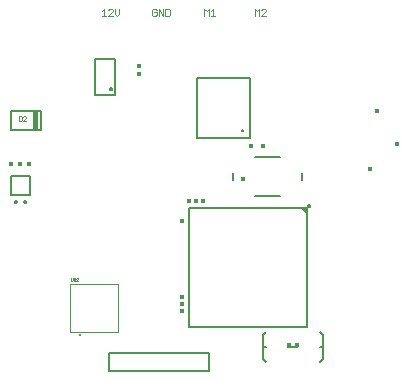
<source format=gto>
G75*
G70*
%OFA0B0*%
%FSLAX24Y24*%
%IPPOS*%
%LPD*%
%AMOC8*
5,1,8,0,0,1.08239X$1,22.5*
%
%ADD10C,0.0020*%
%ADD11C,0.0080*%
%ADD12C,0.0143*%
%ADD13R,0.0118X0.0118*%
%ADD14C,0.0050*%
%ADD15C,0.0031*%
%ADD16C,0.0010*%
%ADD17C,0.0079*%
D10*
X004190Y012650D02*
X004337Y012650D01*
X004264Y012650D02*
X004264Y012870D01*
X004190Y012797D01*
X004411Y012833D02*
X004448Y012870D01*
X004521Y012870D01*
X004558Y012833D01*
X004558Y012797D01*
X004411Y012650D01*
X004558Y012650D01*
X004632Y012723D02*
X004706Y012650D01*
X004779Y012723D01*
X004779Y012870D01*
X004632Y012870D02*
X004632Y012723D01*
X005870Y012687D02*
X005907Y012650D01*
X005980Y012650D01*
X006017Y012687D01*
X006017Y012760D01*
X005944Y012760D01*
X006017Y012833D02*
X005980Y012870D01*
X005907Y012870D01*
X005870Y012833D01*
X005870Y012687D01*
X006091Y012650D02*
X006091Y012870D01*
X006238Y012650D01*
X006238Y012870D01*
X006312Y012870D02*
X006422Y012870D01*
X006459Y012833D01*
X006459Y012687D01*
X006422Y012650D01*
X006312Y012650D01*
X006312Y012870D01*
X007610Y012870D02*
X007610Y012650D01*
X007757Y012650D02*
X007757Y012870D01*
X007684Y012797D01*
X007610Y012870D01*
X007831Y012797D02*
X007905Y012870D01*
X007905Y012650D01*
X007978Y012650D02*
X007831Y012650D01*
X009290Y012650D02*
X009290Y012870D01*
X009364Y012797D01*
X009437Y012870D01*
X009437Y012650D01*
X009511Y012650D02*
X009658Y012797D01*
X009658Y012833D01*
X009621Y012870D01*
X009548Y012870D01*
X009511Y012833D01*
X009511Y012650D02*
X009658Y012650D01*
D11*
X009305Y007932D02*
X010131Y007932D01*
X010860Y007401D02*
X010860Y007164D01*
X010131Y006633D02*
X009305Y006633D01*
X008576Y007164D02*
X008576Y007401D01*
X009670Y002100D02*
X009560Y001990D01*
X009560Y001600D01*
X009560Y001210D01*
X009670Y001100D01*
X009660Y001600D02*
X009560Y001600D01*
X010410Y001600D02*
X010710Y001600D01*
X011460Y001600D02*
X011560Y001600D01*
X011560Y001990D01*
X011450Y002100D01*
X011560Y001600D02*
X011560Y001210D01*
X011450Y001100D01*
D12*
X008911Y007204D03*
D13*
X009160Y008320D03*
X009580Y008320D03*
X007571Y006462D03*
X007331Y006462D03*
X007091Y006462D03*
X006851Y005802D03*
X006851Y003282D03*
X006851Y003042D03*
X006851Y002802D03*
X010420Y001660D03*
X010691Y001662D03*
X013120Y007540D03*
X014020Y008380D03*
X013360Y009460D03*
X005440Y010720D03*
X005440Y010960D03*
X001780Y007720D03*
X001480Y007720D03*
X001180Y007720D03*
D14*
X001165Y007315D02*
X001165Y006685D01*
X001795Y006685D01*
X001795Y007315D01*
X001165Y007315D01*
X001284Y006449D02*
X001286Y006461D01*
X001291Y006472D01*
X001300Y006481D01*
X001311Y006486D01*
X001323Y006488D01*
X001335Y006486D01*
X001346Y006481D01*
X001355Y006472D01*
X001360Y006461D01*
X001362Y006449D01*
X001360Y006437D01*
X001355Y006426D01*
X001346Y006417D01*
X001335Y006412D01*
X001323Y006410D01*
X001311Y006412D01*
X001300Y006417D01*
X001291Y006426D01*
X001286Y006437D01*
X001284Y006449D01*
X001599Y006449D02*
X001601Y006461D01*
X001606Y006472D01*
X001615Y006481D01*
X001626Y006486D01*
X001638Y006488D01*
X001650Y006486D01*
X001661Y006481D01*
X001670Y006472D01*
X001675Y006461D01*
X001677Y006449D01*
X001675Y006437D01*
X001670Y006426D01*
X001661Y006417D01*
X001650Y006412D01*
X001638Y006410D01*
X001626Y006412D01*
X001615Y006417D01*
X001606Y006426D01*
X001601Y006437D01*
X001599Y006449D01*
X001936Y008845D02*
X001149Y008845D01*
X001149Y009475D01*
X001936Y009475D01*
X001936Y008845D01*
X001975Y008845D01*
X001975Y009475D01*
X001936Y009475D01*
X001975Y009475D02*
X002015Y009475D01*
X002015Y008845D01*
X001975Y008845D01*
X002015Y008845D02*
X002172Y008845D01*
X002172Y009475D01*
X002015Y009475D01*
X003956Y010000D02*
X004645Y010000D01*
X004645Y011200D01*
X003956Y011200D01*
X003956Y010000D01*
X007371Y010580D02*
X007371Y008572D01*
X009143Y008572D01*
X009143Y010580D01*
X007371Y010580D01*
X008857Y008819D02*
X008859Y008827D01*
X008864Y008834D01*
X008871Y008838D01*
X008879Y008839D01*
X008887Y008836D01*
X008893Y008831D01*
X008897Y008823D01*
X008897Y008815D01*
X008893Y008807D01*
X008887Y008802D01*
X008879Y008799D01*
X008871Y008800D01*
X008864Y008804D01*
X008859Y008811D01*
X008857Y008819D01*
X007090Y006224D02*
X010870Y006224D01*
X011027Y006067D01*
X011027Y002287D01*
X007090Y002287D01*
X007090Y006224D01*
X010870Y006224D02*
X010909Y006224D01*
X011027Y006106D01*
X011027Y006067D01*
X011027Y006106D02*
X011027Y006146D01*
X010948Y006224D01*
X011027Y006224D01*
X011027Y006146D01*
X010948Y006224D02*
X010909Y006224D01*
X011067Y006303D02*
X011069Y006315D01*
X011074Y006326D01*
X011083Y006335D01*
X011094Y006340D01*
X011106Y006342D01*
X011118Y006340D01*
X011129Y006335D01*
X011138Y006326D01*
X011143Y006315D01*
X011145Y006303D01*
X011143Y006291D01*
X011138Y006280D01*
X011129Y006271D01*
X011118Y006266D01*
X011106Y006264D01*
X011094Y006266D01*
X011083Y006271D01*
X011074Y006280D01*
X011069Y006291D01*
X011067Y006303D01*
X007774Y001391D02*
X004427Y001391D01*
X004427Y000801D01*
X007774Y000801D01*
X007774Y001391D01*
D15*
X004738Y002123D02*
X003143Y002123D01*
X003143Y003717D01*
X004738Y003717D01*
X004738Y002123D01*
X003428Y002034D02*
X003430Y002042D01*
X003435Y002049D01*
X003442Y002053D01*
X003450Y002054D01*
X003458Y002051D01*
X003464Y002046D01*
X003468Y002038D01*
X003468Y002030D01*
X003464Y002022D01*
X003458Y002017D01*
X003450Y002014D01*
X003442Y002015D01*
X003435Y002019D01*
X003430Y002026D01*
X003428Y002034D01*
D16*
X003280Y003796D02*
X003280Y003916D01*
X003265Y003901D02*
X003295Y003901D01*
X003310Y003886D01*
X003342Y003886D02*
X003357Y003901D01*
X003387Y003901D01*
X003402Y003886D01*
X003402Y003871D01*
X003342Y003811D01*
X003402Y003811D01*
X003310Y003826D02*
X003310Y003841D01*
X003295Y003856D01*
X003265Y003856D01*
X003250Y003871D01*
X003250Y003886D01*
X003265Y003901D01*
X003218Y003901D02*
X003218Y003826D01*
X003203Y003811D01*
X003173Y003811D01*
X003158Y003826D01*
X003158Y003901D01*
X003250Y003826D02*
X003265Y003811D01*
X003295Y003811D01*
X003310Y003826D01*
X001671Y009151D02*
X001570Y009151D01*
X001671Y009251D01*
X001671Y009276D01*
X001646Y009301D01*
X001595Y009301D01*
X001570Y009276D01*
X001523Y009276D02*
X001498Y009301D01*
X001423Y009301D01*
X001423Y009151D01*
X001498Y009151D01*
X001523Y009176D01*
X001523Y009276D01*
D17*
X004448Y010206D02*
X004450Y010219D01*
X004455Y010231D01*
X004464Y010242D01*
X004474Y010250D01*
X004487Y010254D01*
X004500Y010255D01*
X004513Y010252D01*
X004525Y010246D01*
X004535Y010237D01*
X004542Y010226D01*
X004546Y010213D01*
X004546Y010199D01*
X004542Y010186D01*
X004535Y010175D01*
X004525Y010166D01*
X004513Y010160D01*
X004500Y010157D01*
X004487Y010158D01*
X004474Y010162D01*
X004464Y010170D01*
X004455Y010181D01*
X004450Y010193D01*
X004448Y010206D01*
M02*

</source>
